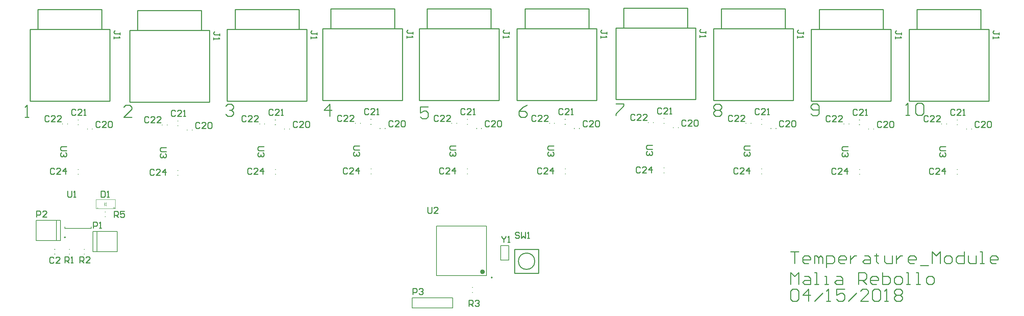
<source format=gto>
G04 Layer_Color=65535*
%FSLAX25Y25*%
%MOIN*%
G70*
G01*
G75*
%ADD21C,0.01000*%
%ADD29C,0.02362*%
%ADD30C,0.00984*%
%ADD31C,0.00400*%
%ADD32C,0.00787*%
%ADD33C,0.00591*%
D21*
X602078Y246500D02*
G03*
X602078Y246500I-8078J0D01*
G01*
X582189Y234689D02*
X605811D01*
X582189D02*
Y258311D01*
X605811D01*
Y234689D02*
Y258311D01*
X854500Y255944D02*
X862372D01*
X858436D01*
Y244137D01*
X872211D02*
X868275D01*
X866307Y246105D01*
Y250041D01*
X868275Y252009D01*
X872211D01*
X874179Y250041D01*
Y248073D01*
X866307D01*
X878114Y244137D02*
Y252009D01*
X880082D01*
X882050Y250041D01*
Y244137D01*
Y250041D01*
X884018Y252009D01*
X885986Y250041D01*
Y244137D01*
X889922Y240201D02*
Y252009D01*
X895825D01*
X897793Y250041D01*
Y246105D01*
X895825Y244137D01*
X889922D01*
X907632D02*
X903697D01*
X901729Y246105D01*
Y250041D01*
X903697Y252009D01*
X907632D01*
X909600Y250041D01*
Y248073D01*
X901729D01*
X913536Y252009D02*
Y244137D01*
Y248073D01*
X915504Y250041D01*
X917472Y252009D01*
X919440D01*
X927311D02*
X931247D01*
X933215Y250041D01*
Y244137D01*
X927311D01*
X925343Y246105D01*
X927311Y248073D01*
X933215D01*
X939118Y253977D02*
Y252009D01*
X937150D01*
X941086D01*
X939118D01*
Y246105D01*
X941086Y244137D01*
X946990Y252009D02*
Y246105D01*
X948958Y244137D01*
X954861D01*
Y252009D01*
X958797D02*
Y244137D01*
Y248073D01*
X960765Y250041D01*
X962733Y252009D01*
X964701D01*
X976508Y244137D02*
X972572D01*
X970604Y246105D01*
Y250041D01*
X972572Y252009D01*
X976508D01*
X978476Y250041D01*
Y248073D01*
X970604D01*
X982411Y242169D02*
X990283D01*
X994219Y244137D02*
Y255944D01*
X998154Y252009D01*
X1002090Y255944D01*
Y244137D01*
X1007994D02*
X1011929D01*
X1013897Y246105D01*
Y250041D01*
X1011929Y252009D01*
X1007994D01*
X1006026Y250041D01*
Y246105D01*
X1007994Y244137D01*
X1025704Y255944D02*
Y244137D01*
X1019801D01*
X1017833Y246105D01*
Y250041D01*
X1019801Y252009D01*
X1025704D01*
X1029640D02*
Y246105D01*
X1031608Y244137D01*
X1037512D01*
Y252009D01*
X1041447Y244137D02*
X1045383D01*
X1043415D01*
Y255944D01*
X1041447D01*
X1057190Y244137D02*
X1053255D01*
X1051287Y246105D01*
Y250041D01*
X1053255Y252009D01*
X1057190D01*
X1059158Y250041D01*
Y248073D01*
X1051287D01*
X854500Y223633D02*
Y235440D01*
X858436Y231504D01*
X862372Y235440D01*
Y223633D01*
X868275Y231504D02*
X872211D01*
X874179Y229537D01*
Y223633D01*
X868275D01*
X866307Y225601D01*
X868275Y227569D01*
X874179D01*
X878114Y223633D02*
X882050D01*
X880082D01*
Y235440D01*
X878114D01*
X887954Y223633D02*
X891889D01*
X889922D01*
Y231504D01*
X887954D01*
X899761D02*
X903697D01*
X905665Y229537D01*
Y223633D01*
X899761D01*
X897793Y225601D01*
X899761Y227569D01*
X905665D01*
X921408Y223633D02*
Y235440D01*
X927311D01*
X929279Y233472D01*
Y229537D01*
X927311Y227569D01*
X921408D01*
X925343D02*
X929279Y223633D01*
X939118D02*
X935183D01*
X933215Y225601D01*
Y229537D01*
X935183Y231504D01*
X939118D01*
X941086Y229537D01*
Y227569D01*
X933215D01*
X945022Y235440D02*
Y223633D01*
X950926D01*
X952893Y225601D01*
Y227569D01*
Y229537D01*
X950926Y231504D01*
X945022D01*
X958797Y223633D02*
X962733D01*
X964701Y225601D01*
Y229537D01*
X962733Y231504D01*
X958797D01*
X956829Y229537D01*
Y225601D01*
X958797Y223633D01*
X968636D02*
X972572D01*
X970604D01*
Y235440D01*
X968636D01*
X978476Y223633D02*
X982411D01*
X980443D01*
Y235440D01*
X978476D01*
X990283Y223633D02*
X994219D01*
X996186Y225601D01*
Y229537D01*
X994219Y231504D01*
X990283D01*
X988315Y229537D01*
Y225601D01*
X990283Y223633D01*
X854500Y216904D02*
X856468Y218871D01*
X860404D01*
X862372Y216904D01*
Y209032D01*
X860404Y207064D01*
X856468D01*
X854500Y209032D01*
Y216904D01*
X872211Y207064D02*
Y218871D01*
X866307Y212968D01*
X874179D01*
X878114Y207064D02*
X885986Y214936D01*
X889922Y207064D02*
X893857D01*
X891889D01*
Y218871D01*
X889922Y216904D01*
X907632Y218871D02*
X899761D01*
Y212968D01*
X903697Y214936D01*
X905665D01*
X907632Y212968D01*
Y209032D01*
X905665Y207064D01*
X901729D01*
X899761Y209032D01*
X911568Y207064D02*
X919440Y214936D01*
X931247Y207064D02*
X923375D01*
X931247Y214936D01*
Y216904D01*
X929279Y218871D01*
X925343D01*
X923375Y216904D01*
X935182D02*
X937150Y218871D01*
X941086D01*
X943054Y216904D01*
Y209032D01*
X941086Y207064D01*
X937150D01*
X935182Y209032D01*
Y216904D01*
X946990Y207064D02*
X950926D01*
X948958D01*
Y218871D01*
X946990Y216904D01*
X956829D02*
X958797Y218871D01*
X962733D01*
X964701Y216904D01*
Y214936D01*
X962733Y212968D01*
X964701Y211000D01*
Y209032D01*
X962733Y207064D01*
X958797D01*
X956829Y209032D01*
Y211000D01*
X958797Y212968D01*
X956829Y214936D01*
Y216904D01*
X958797Y212968D02*
X962733D01*
X174000Y315998D02*
Y310000D01*
X176999D01*
X177999Y311000D01*
Y314998D01*
X176999Y315998D01*
X174000D01*
X179998Y310000D02*
X181997D01*
X180998D01*
Y315998D01*
X179998Y314998D01*
X187000Y290000D02*
Y295998D01*
X189999D01*
X190999Y294998D01*
Y292999D01*
X189999Y291999D01*
X187000D01*
X188999D02*
X190999Y290000D01*
X196997Y295998D02*
X192998D01*
Y292999D01*
X194997Y293999D01*
X195997D01*
X196997Y292999D01*
Y291000D01*
X195997Y290000D01*
X193998D01*
X192998Y291000D01*
X968000Y391000D02*
X971936D01*
X969968D01*
Y402807D01*
X968000Y400839D01*
X977839D02*
X979807Y402807D01*
X983743D01*
X985711Y400839D01*
Y392968D01*
X983743Y391000D01*
X979807D01*
X977839Y392968D01*
Y400839D01*
X874500Y392468D02*
X876468Y390500D01*
X880404D01*
X882372Y392468D01*
Y400339D01*
X880404Y402307D01*
X876468D01*
X874500Y400339D01*
Y398372D01*
X876468Y396404D01*
X882372D01*
X778500Y399839D02*
X780468Y401807D01*
X784404D01*
X786372Y399839D01*
Y397871D01*
X784404Y395904D01*
X786372Y393936D01*
Y391968D01*
X784404Y390000D01*
X780468D01*
X778500Y391968D01*
Y393936D01*
X780468Y395904D01*
X778500Y397871D01*
Y399839D01*
X780468Y395904D02*
X784404D01*
X682000Y402307D02*
X689872D01*
Y400339D01*
X682000Y392468D01*
Y390500D01*
X594372Y400807D02*
X590436Y398839D01*
X586500Y394904D01*
Y390968D01*
X588468Y389000D01*
X592404D01*
X594372Y390968D01*
Y392936D01*
X592404Y394904D01*
X586500D01*
X496872Y399307D02*
X489000D01*
Y393404D01*
X492936Y395372D01*
X494904D01*
X496872Y393404D01*
Y389468D01*
X494904Y387500D01*
X490968D01*
X489000Y389468D01*
X399904Y390000D02*
Y401807D01*
X394000Y395904D01*
X401871D01*
X297000Y399839D02*
X298968Y401807D01*
X302904D01*
X304872Y399839D01*
Y397871D01*
X302904Y395904D01*
X300936D01*
X302904D01*
X304872Y393936D01*
Y391968D01*
X302904Y390000D01*
X298968D01*
X297000Y391968D01*
X204372Y389000D02*
X196500D01*
X204372Y396871D01*
Y398839D01*
X202404Y400807D01*
X198468D01*
X196500Y398839D01*
X99000Y389000D02*
X102936D01*
X100968D01*
Y400807D01*
X99000Y398839D01*
X537000Y202000D02*
Y207998D01*
X539999D01*
X540999Y206998D01*
Y204999D01*
X539999Y203999D01*
X537000D01*
X538999D02*
X540999Y202000D01*
X542998Y206998D02*
X543998Y207998D01*
X545997D01*
X546997Y206998D01*
Y205999D01*
X545997Y204999D01*
X544997D01*
X545997D01*
X546997Y203999D01*
Y203000D01*
X545997Y202000D01*
X543998D01*
X542998Y203000D01*
X586699Y274198D02*
X585699Y275198D01*
X583700D01*
X582700Y274198D01*
Y273199D01*
X583700Y272199D01*
X585699D01*
X586699Y271199D01*
Y270200D01*
X585699Y269200D01*
X583700D01*
X582700Y270200D01*
X588698Y275198D02*
Y269200D01*
X590697Y271199D01*
X592697Y269200D01*
Y275198D01*
X594696Y269200D02*
X596696D01*
X595696D01*
Y275198D01*
X594696Y274198D01*
X569300Y271198D02*
Y270198D01*
X571299Y268199D01*
X573299Y270198D01*
Y271198D01*
X571299Y268199D02*
Y265200D01*
X575298D02*
X577297D01*
X576298D01*
Y271198D01*
X575298Y270198D01*
X496500Y300098D02*
Y295100D01*
X497500Y294100D01*
X499499D01*
X500499Y295100D01*
Y300098D01*
X506497Y294100D02*
X502498D01*
X506497Y298099D01*
Y299098D01*
X505497Y300098D01*
X503498D01*
X502498Y299098D01*
X141000Y315998D02*
Y311000D01*
X142000Y310000D01*
X143999D01*
X144999Y311000D01*
Y315998D01*
X146998Y310000D02*
X148997D01*
X147998D01*
Y315998D01*
X146998Y314998D01*
X153000Y245000D02*
Y250998D01*
X155999D01*
X156999Y249998D01*
Y247999D01*
X155999Y246999D01*
X153000D01*
X154999D02*
X156999Y245000D01*
X162997D02*
X158998D01*
X162997Y248999D01*
Y249998D01*
X161997Y250998D01*
X159998D01*
X158998Y249998D01*
X138500Y245000D02*
Y250998D01*
X141499D01*
X142499Y249998D01*
Y247999D01*
X141499Y246999D01*
X138500D01*
X140499D02*
X142499Y245000D01*
X144498D02*
X146497D01*
X145498D01*
Y250998D01*
X144498Y249998D01*
X481700Y213500D02*
Y219498D01*
X484699D01*
X485699Y218498D01*
Y216499D01*
X484699Y215499D01*
X481700D01*
X487698Y218498D02*
X488698Y219498D01*
X490697D01*
X491697Y218498D01*
Y217499D01*
X490697Y216499D01*
X489697D01*
X490697D01*
X491697Y215499D01*
Y214500D01*
X490697Y213500D01*
X488698D01*
X487698Y214500D01*
X110600Y290400D02*
Y296398D01*
X113599D01*
X114599Y295398D01*
Y293399D01*
X113599Y292399D01*
X110600D01*
X120597Y290400D02*
X116598D01*
X120597Y294399D01*
Y295398D01*
X119597Y296398D01*
X117598D01*
X116598Y295398D01*
X166600Y279400D02*
Y285398D01*
X169599D01*
X170599Y284398D01*
Y282399D01*
X169599Y281399D01*
X166600D01*
X172598Y279400D02*
X174597D01*
X173598D01*
Y285398D01*
X172598Y284398D01*
X1060124Y470651D02*
Y472650D01*
Y471651D01*
X1055126D01*
X1054126Y472650D01*
Y473650D01*
X1055126Y474650D01*
X1054126Y468652D02*
Y466652D01*
Y467652D01*
X1060124D01*
X1059124Y468652D01*
X963624Y470651D02*
Y472650D01*
Y471651D01*
X958626D01*
X957626Y472650D01*
Y473650D01*
X958626Y474650D01*
X957626Y468652D02*
Y466652D01*
Y467652D01*
X963624D01*
X962624Y468652D01*
X867124Y471151D02*
Y473150D01*
Y472151D01*
X862126D01*
X861126Y473150D01*
Y474150D01*
X862126Y475150D01*
X861126Y469152D02*
Y467152D01*
Y468152D01*
X867124D01*
X866124Y469152D01*
X770793Y472001D02*
Y474001D01*
Y473001D01*
X765795D01*
X764795Y474001D01*
Y475000D01*
X765795Y476000D01*
X764795Y470002D02*
Y468003D01*
Y469002D01*
X770793D01*
X769794Y470002D01*
X673274Y471151D02*
Y473150D01*
Y472151D01*
X668275D01*
X667276Y473150D01*
Y474150D01*
X668275Y475150D01*
X667276Y469152D02*
Y467152D01*
Y468152D01*
X673274D01*
X672274Y469152D01*
X576774Y471151D02*
Y473150D01*
Y472151D01*
X571775D01*
X570776Y473150D01*
Y474150D01*
X571775Y475150D01*
X570776Y469152D02*
Y467152D01*
Y468152D01*
X576774D01*
X575774Y469152D01*
X481624Y471151D02*
Y473150D01*
Y472151D01*
X476626D01*
X475626Y473150D01*
Y474150D01*
X476626Y475150D01*
X475626Y469152D02*
Y467152D01*
Y468152D01*
X481624D01*
X480624Y469152D01*
X387274Y470651D02*
Y472650D01*
Y471651D01*
X382275D01*
X381276Y472650D01*
Y473650D01*
X382275Y474650D01*
X381276Y468652D02*
Y466652D01*
Y467652D01*
X387274D01*
X386274Y468652D01*
X291124Y469651D02*
Y471650D01*
Y470651D01*
X286126D01*
X285126Y471650D01*
Y472650D01*
X286126Y473650D01*
X285126Y467652D02*
Y465652D01*
Y466652D01*
X291124D01*
X290124Y467652D01*
X192774Y470651D02*
Y472650D01*
Y471651D01*
X187775D01*
X186776Y472650D01*
Y473650D01*
X187775Y474650D01*
X186776Y468652D02*
Y466652D01*
Y467652D01*
X192774D01*
X191774Y468652D01*
X995499Y337498D02*
X994499Y338498D01*
X992500D01*
X991500Y337498D01*
Y333500D01*
X992500Y332500D01*
X994499D01*
X995499Y333500D01*
X1001497Y332500D02*
X997498D01*
X1001497Y336499D01*
Y337498D01*
X1000497Y338498D01*
X998498D01*
X997498Y337498D01*
X1006495Y332500D02*
Y338498D01*
X1003496Y335499D01*
X1007495D01*
X898999Y337498D02*
X897999Y338498D01*
X896000D01*
X895000Y337498D01*
Y333500D01*
X896000Y332500D01*
X897999D01*
X898999Y333500D01*
X904997Y332500D02*
X900998D01*
X904997Y336499D01*
Y337498D01*
X903997Y338498D01*
X901998D01*
X900998Y337498D01*
X909995Y332500D02*
Y338498D01*
X906996Y335499D01*
X910995D01*
X802499Y337998D02*
X801499Y338998D01*
X799500D01*
X798500Y337998D01*
Y334000D01*
X799500Y333000D01*
X801499D01*
X802499Y334000D01*
X808497Y333000D02*
X804498D01*
X808497Y336999D01*
Y337998D01*
X807497Y338998D01*
X805498D01*
X804498Y337998D01*
X813495Y333000D02*
Y338998D01*
X810496Y335999D01*
X814495D01*
X706168Y338849D02*
X705168Y339848D01*
X703169D01*
X702169Y338849D01*
Y334850D01*
X703169Y333850D01*
X705168D01*
X706168Y334850D01*
X712166Y333850D02*
X708167D01*
X712166Y337849D01*
Y338849D01*
X711166Y339848D01*
X709167D01*
X708167Y338849D01*
X717164Y333850D02*
Y339848D01*
X714165Y336849D01*
X718164D01*
X608648Y337998D02*
X607649Y338998D01*
X605649D01*
X604650Y337998D01*
Y334000D01*
X605649Y333000D01*
X607649D01*
X608648Y334000D01*
X614646Y333000D02*
X610648D01*
X614646Y336999D01*
Y337998D01*
X613647Y338998D01*
X611647D01*
X610648Y337998D01*
X619645Y333000D02*
Y338998D01*
X616646Y335999D01*
X620644D01*
X512148Y337998D02*
X511149Y338998D01*
X509149D01*
X508150Y337998D01*
Y334000D01*
X509149Y333000D01*
X511149D01*
X512148Y334000D01*
X518146Y333000D02*
X514148D01*
X518146Y336999D01*
Y337998D01*
X517147Y338998D01*
X515147D01*
X514148Y337998D01*
X523145Y333000D02*
Y338998D01*
X520146Y335999D01*
X524144D01*
X416999Y337998D02*
X415999Y338998D01*
X414000D01*
X413000Y337998D01*
Y334000D01*
X414000Y333000D01*
X415999D01*
X416999Y334000D01*
X422997Y333000D02*
X418998D01*
X422997Y336999D01*
Y337998D01*
X421997Y338998D01*
X419998D01*
X418998Y337998D01*
X427995Y333000D02*
Y338998D01*
X424996Y335999D01*
X428995D01*
X322648Y337498D02*
X321649Y338498D01*
X319649D01*
X318650Y337498D01*
Y333500D01*
X319649Y332500D01*
X321649D01*
X322648Y333500D01*
X328646Y332500D02*
X324648D01*
X328646Y336499D01*
Y337498D01*
X327647Y338498D01*
X325647D01*
X324648Y337498D01*
X333645Y332500D02*
Y338498D01*
X330646Y335499D01*
X334644D01*
X226499Y336498D02*
X225499Y337498D01*
X223500D01*
X222500Y336498D01*
Y332500D01*
X223500Y331500D01*
X225499D01*
X226499Y332500D01*
X232497Y331500D02*
X228498D01*
X232497Y335499D01*
Y336498D01*
X231497Y337498D01*
X229498D01*
X228498Y336498D01*
X237495Y331500D02*
Y337498D01*
X234496Y334499D01*
X238495D01*
X128148Y337498D02*
X127149Y338498D01*
X125149D01*
X124150Y337498D01*
Y333500D01*
X125149Y332500D01*
X127149D01*
X128148Y333500D01*
X134146Y332500D02*
X130148D01*
X134146Y336499D01*
Y337498D01*
X133147Y338498D01*
X131147D01*
X130148Y337498D01*
X139145Y332500D02*
Y338498D01*
X136146Y335499D01*
X140144D01*
X989999Y389498D02*
X988999Y390498D01*
X987000D01*
X986000Y389498D01*
Y385500D01*
X987000Y384500D01*
X988999D01*
X989999Y385500D01*
X995997Y384500D02*
X991998D01*
X995997Y388499D01*
Y389498D01*
X994997Y390498D01*
X992998D01*
X991998Y389498D01*
X1001995Y384500D02*
X997996D01*
X1001995Y388499D01*
Y389498D01*
X1000995Y390498D01*
X998996D01*
X997996Y389498D01*
X893499D02*
X892499Y390498D01*
X890500D01*
X889500Y389498D01*
Y385500D01*
X890500Y384500D01*
X892499D01*
X893499Y385500D01*
X899497Y384500D02*
X895498D01*
X899497Y388499D01*
Y389498D01*
X898497Y390498D01*
X896498D01*
X895498Y389498D01*
X905495Y384500D02*
X901496D01*
X905495Y388499D01*
Y389498D01*
X904495Y390498D01*
X902496D01*
X901496Y389498D01*
X796999Y389998D02*
X795999Y390998D01*
X794000D01*
X793000Y389998D01*
Y386000D01*
X794000Y385000D01*
X795999D01*
X796999Y386000D01*
X802997Y385000D02*
X798998D01*
X802997Y388999D01*
Y389998D01*
X801997Y390998D01*
X799998D01*
X798998Y389998D01*
X808995Y385000D02*
X804996D01*
X808995Y388999D01*
Y389998D01*
X807995Y390998D01*
X805996D01*
X804996Y389998D01*
X700668Y390849D02*
X699668Y391848D01*
X697669D01*
X696669Y390849D01*
Y386850D01*
X697669Y385850D01*
X699668D01*
X700668Y386850D01*
X706666Y385850D02*
X702667D01*
X706666Y389849D01*
Y390849D01*
X705666Y391848D01*
X703667D01*
X702667Y390849D01*
X712664Y385850D02*
X708665D01*
X712664Y389849D01*
Y390849D01*
X711664Y391848D01*
X709665D01*
X708665Y390849D01*
X603148Y389998D02*
X602149Y390998D01*
X600149D01*
X599150Y389998D01*
Y386000D01*
X600149Y385000D01*
X602149D01*
X603148Y386000D01*
X609146Y385000D02*
X605148D01*
X609146Y388999D01*
Y389998D01*
X608147Y390998D01*
X606147D01*
X605148Y389998D01*
X615144Y385000D02*
X611146D01*
X615144Y388999D01*
Y389998D01*
X614145Y390998D01*
X612145D01*
X611146Y389998D01*
X506648D02*
X505649Y390998D01*
X503649D01*
X502650Y389998D01*
Y386000D01*
X503649Y385000D01*
X505649D01*
X506648Y386000D01*
X512646Y385000D02*
X508648D01*
X512646Y388999D01*
Y389998D01*
X511647Y390998D01*
X509647D01*
X508648Y389998D01*
X518644Y385000D02*
X514646D01*
X518644Y388999D01*
Y389998D01*
X517645Y390998D01*
X515645D01*
X514646Y389998D01*
X411499D02*
X410499Y390998D01*
X408500D01*
X407500Y389998D01*
Y386000D01*
X408500Y385000D01*
X410499D01*
X411499Y386000D01*
X417497Y385000D02*
X413498D01*
X417497Y388999D01*
Y389998D01*
X416497Y390998D01*
X414498D01*
X413498Y389998D01*
X423495Y385000D02*
X419496D01*
X423495Y388999D01*
Y389998D01*
X422495Y390998D01*
X420496D01*
X419496Y389998D01*
X317148Y389498D02*
X316149Y390498D01*
X314149D01*
X313150Y389498D01*
Y385500D01*
X314149Y384500D01*
X316149D01*
X317148Y385500D01*
X323146Y384500D02*
X319148D01*
X323146Y388499D01*
Y389498D01*
X322147Y390498D01*
X320147D01*
X319148Y389498D01*
X329144Y384500D02*
X325146D01*
X329144Y388499D01*
Y389498D01*
X328145Y390498D01*
X326145D01*
X325146Y389498D01*
X220999Y388498D02*
X219999Y389498D01*
X218000D01*
X217000Y388498D01*
Y384500D01*
X218000Y383500D01*
X219999D01*
X220999Y384500D01*
X226997Y383500D02*
X222998D01*
X226997Y387499D01*
Y388498D01*
X225997Y389498D01*
X223998D01*
X222998Y388498D01*
X232995Y383500D02*
X228996D01*
X232995Y387499D01*
Y388498D01*
X231995Y389498D01*
X229996D01*
X228996Y388498D01*
X122648Y389498D02*
X121649Y390498D01*
X119649D01*
X118650Y389498D01*
Y385500D01*
X119649Y384500D01*
X121649D01*
X122648Y385500D01*
X128646Y384500D02*
X124648D01*
X128646Y388499D01*
Y389498D01*
X127647Y390498D01*
X125647D01*
X124648Y389498D01*
X134644Y384500D02*
X130646D01*
X134644Y388499D01*
Y389498D01*
X133645Y390498D01*
X131645D01*
X130646Y389498D01*
X1016499Y395998D02*
X1015499Y396998D01*
X1013500D01*
X1012500Y395998D01*
Y392000D01*
X1013500Y391000D01*
X1015499D01*
X1016499Y392000D01*
X1022497Y391000D02*
X1018498D01*
X1022497Y394999D01*
Y395998D01*
X1021497Y396998D01*
X1019498D01*
X1018498Y395998D01*
X1024496Y391000D02*
X1026495D01*
X1025496D01*
Y396998D01*
X1024496Y395998D01*
X919999D02*
X918999Y396998D01*
X917000D01*
X916000Y395998D01*
Y392000D01*
X917000Y391000D01*
X918999D01*
X919999Y392000D01*
X925997Y391000D02*
X921998D01*
X925997Y394999D01*
Y395998D01*
X924997Y396998D01*
X922998D01*
X921998Y395998D01*
X927996Y391000D02*
X929996D01*
X928996D01*
Y396998D01*
X927996Y395998D01*
X823499Y396498D02*
X822499Y397498D01*
X820500D01*
X819500Y396498D01*
Y392500D01*
X820500Y391500D01*
X822499D01*
X823499Y392500D01*
X829497Y391500D02*
X825498D01*
X829497Y395499D01*
Y396498D01*
X828497Y397498D01*
X826498D01*
X825498Y396498D01*
X831496Y391500D02*
X833496D01*
X832496D01*
Y397498D01*
X831496Y396498D01*
X727168Y397349D02*
X726168Y398348D01*
X724169D01*
X723169Y397349D01*
Y393350D01*
X724169Y392350D01*
X726168D01*
X727168Y393350D01*
X733166Y392350D02*
X729167D01*
X733166Y396349D01*
Y397349D01*
X732166Y398348D01*
X730167D01*
X729167Y397349D01*
X735165Y392350D02*
X737165D01*
X736165D01*
Y398348D01*
X735165Y397349D01*
X629648Y396498D02*
X628649Y397498D01*
X626649D01*
X625650Y396498D01*
Y392500D01*
X626649Y391500D01*
X628649D01*
X629648Y392500D01*
X635646Y391500D02*
X631648D01*
X635646Y395499D01*
Y396498D01*
X634647Y397498D01*
X632647D01*
X631648Y396498D01*
X637646Y391500D02*
X639645D01*
X638645D01*
Y397498D01*
X637646Y396498D01*
X533148D02*
X532149Y397498D01*
X530149D01*
X529150Y396498D01*
Y392500D01*
X530149Y391500D01*
X532149D01*
X533148Y392500D01*
X539146Y391500D02*
X535148D01*
X539146Y395499D01*
Y396498D01*
X538147Y397498D01*
X536147D01*
X535148Y396498D01*
X541146Y391500D02*
X543145D01*
X542145D01*
Y397498D01*
X541146Y396498D01*
X437999D02*
X436999Y397498D01*
X435000D01*
X434000Y396498D01*
Y392500D01*
X435000Y391500D01*
X436999D01*
X437999Y392500D01*
X443997Y391500D02*
X439998D01*
X443997Y395499D01*
Y396498D01*
X442997Y397498D01*
X440998D01*
X439998Y396498D01*
X445996Y391500D02*
X447996D01*
X446996D01*
Y397498D01*
X445996Y396498D01*
X343648Y395998D02*
X342649Y396998D01*
X340649D01*
X339650Y395998D01*
Y392000D01*
X340649Y391000D01*
X342649D01*
X343648Y392000D01*
X349646Y391000D02*
X345648D01*
X349646Y394999D01*
Y395998D01*
X348647Y396998D01*
X346647D01*
X345648Y395998D01*
X351646Y391000D02*
X353645D01*
X352645D01*
Y396998D01*
X351646Y395998D01*
X247499Y394998D02*
X246499Y395998D01*
X244500D01*
X243500Y394998D01*
Y391000D01*
X244500Y390000D01*
X246499D01*
X247499Y391000D01*
X253497Y390000D02*
X249498D01*
X253497Y393999D01*
Y394998D01*
X252497Y395998D01*
X250498D01*
X249498Y394998D01*
X255496Y390000D02*
X257495D01*
X256496D01*
Y395998D01*
X255496Y394998D01*
X149148Y395998D02*
X148149Y396998D01*
X146149D01*
X145150Y395998D01*
Y392000D01*
X146149Y391000D01*
X148149D01*
X149148Y392000D01*
X155146Y391000D02*
X151148D01*
X155146Y394999D01*
Y395998D01*
X154147Y396998D01*
X152147D01*
X151148Y395998D01*
X157146Y391000D02*
X159145D01*
X158145D01*
Y396998D01*
X157146Y395998D01*
X1040499Y383998D02*
X1039499Y384998D01*
X1037500D01*
X1036500Y383998D01*
Y380000D01*
X1037500Y379000D01*
X1039499D01*
X1040499Y380000D01*
X1046497Y379000D02*
X1042498D01*
X1046497Y382999D01*
Y383998D01*
X1045497Y384998D01*
X1043498D01*
X1042498Y383998D01*
X1048496D02*
X1049496Y384998D01*
X1051495D01*
X1052495Y383998D01*
Y380000D01*
X1051495Y379000D01*
X1049496D01*
X1048496Y380000D01*
Y383998D01*
X943999D02*
X942999Y384998D01*
X941000D01*
X940000Y383998D01*
Y380000D01*
X941000Y379000D01*
X942999D01*
X943999Y380000D01*
X949997Y379000D02*
X945998D01*
X949997Y382999D01*
Y383998D01*
X948997Y384998D01*
X946998D01*
X945998Y383998D01*
X951996D02*
X952996Y384998D01*
X954995D01*
X955995Y383998D01*
Y380000D01*
X954995Y379000D01*
X952996D01*
X951996Y380000D01*
Y383998D01*
X847499Y384498D02*
X846499Y385498D01*
X844500D01*
X843500Y384498D01*
Y380500D01*
X844500Y379500D01*
X846499D01*
X847499Y380500D01*
X853497Y379500D02*
X849498D01*
X853497Y383499D01*
Y384498D01*
X852497Y385498D01*
X850498D01*
X849498Y384498D01*
X855496D02*
X856496Y385498D01*
X858495D01*
X859495Y384498D01*
Y380500D01*
X858495Y379500D01*
X856496D01*
X855496Y380500D01*
Y384498D01*
X751168Y385349D02*
X750168Y386349D01*
X748169D01*
X747169Y385349D01*
Y381350D01*
X748169Y380350D01*
X750168D01*
X751168Y381350D01*
X757166Y380350D02*
X753167D01*
X757166Y384349D01*
Y385349D01*
X756166Y386349D01*
X754167D01*
X753167Y385349D01*
X759165D02*
X760165Y386349D01*
X762164D01*
X763164Y385349D01*
Y381350D01*
X762164Y380350D01*
X760165D01*
X759165Y381350D01*
Y385349D01*
X653648Y384498D02*
X652649Y385498D01*
X650649D01*
X649650Y384498D01*
Y380500D01*
X650649Y379500D01*
X652649D01*
X653648Y380500D01*
X659646Y379500D02*
X655648D01*
X659646Y383499D01*
Y384498D01*
X658647Y385498D01*
X656647D01*
X655648Y384498D01*
X661646D02*
X662645Y385498D01*
X664645D01*
X665644Y384498D01*
Y380500D01*
X664645Y379500D01*
X662645D01*
X661646Y380500D01*
Y384498D01*
X557148D02*
X556149Y385498D01*
X554149D01*
X553150Y384498D01*
Y380500D01*
X554149Y379500D01*
X556149D01*
X557148Y380500D01*
X563146Y379500D02*
X559148D01*
X563146Y383499D01*
Y384498D01*
X562147Y385498D01*
X560147D01*
X559148Y384498D01*
X565146D02*
X566145Y385498D01*
X568145D01*
X569144Y384498D01*
Y380500D01*
X568145Y379500D01*
X566145D01*
X565146Y380500D01*
Y384498D01*
X461999D02*
X460999Y385498D01*
X459000D01*
X458000Y384498D01*
Y380500D01*
X459000Y379500D01*
X460999D01*
X461999Y380500D01*
X467997Y379500D02*
X463998D01*
X467997Y383499D01*
Y384498D01*
X466997Y385498D01*
X464998D01*
X463998Y384498D01*
X469996D02*
X470996Y385498D01*
X472995D01*
X473995Y384498D01*
Y380500D01*
X472995Y379500D01*
X470996D01*
X469996Y380500D01*
Y384498D01*
X367648Y383998D02*
X366649Y384998D01*
X364649D01*
X363650Y383998D01*
Y380000D01*
X364649Y379000D01*
X366649D01*
X367648Y380000D01*
X373646Y379000D02*
X369648D01*
X373646Y382999D01*
Y383998D01*
X372647Y384998D01*
X370647D01*
X369648Y383998D01*
X375646D02*
X376645Y384998D01*
X378645D01*
X379644Y383998D01*
Y380000D01*
X378645Y379000D01*
X376645D01*
X375646Y380000D01*
Y383998D01*
X271499Y382998D02*
X270499Y383998D01*
X268500D01*
X267500Y382998D01*
Y379000D01*
X268500Y378000D01*
X270499D01*
X271499Y379000D01*
X277497Y378000D02*
X273498D01*
X277497Y381999D01*
Y382998D01*
X276497Y383998D01*
X274498D01*
X273498Y382998D01*
X279496D02*
X280496Y383998D01*
X282495D01*
X283495Y382998D01*
Y379000D01*
X282495Y378000D01*
X280496D01*
X279496Y379000D01*
Y382998D01*
X173148Y383998D02*
X172149Y384998D01*
X170149D01*
X169150Y383998D01*
Y380000D01*
X170149Y379000D01*
X172149D01*
X173148Y380000D01*
X179146Y379000D02*
X175148D01*
X179146Y382999D01*
Y383998D01*
X178147Y384998D01*
X176147D01*
X175148Y383998D01*
X181146D02*
X182145Y384998D01*
X184145D01*
X185144Y383998D01*
Y380000D01*
X184145Y379000D01*
X182145D01*
X181146Y380000D01*
Y383998D01*
X127499Y249498D02*
X126499Y250498D01*
X124500D01*
X123500Y249498D01*
Y245500D01*
X124500Y244500D01*
X126499D01*
X127499Y245500D01*
X133497Y244500D02*
X129498D01*
X133497Y248499D01*
Y249498D01*
X132497Y250498D01*
X130498D01*
X129498Y249498D01*
X1007498Y360000D02*
X1002500D01*
X1001500Y359000D01*
Y357001D01*
X1002500Y356001D01*
X1007498D01*
X1006498Y354002D02*
X1007498Y353002D01*
Y351003D01*
X1006498Y350003D01*
X1005499D01*
X1004499Y351003D01*
Y352003D01*
Y351003D01*
X1003499Y350003D01*
X1002500D01*
X1001500Y351003D01*
Y353002D01*
X1002500Y354002D01*
X910998Y360000D02*
X906000D01*
X905000Y359000D01*
Y357001D01*
X906000Y356001D01*
X910998D01*
X909998Y354002D02*
X910998Y353002D01*
Y351003D01*
X909998Y350003D01*
X908999D01*
X907999Y351003D01*
Y352003D01*
Y351003D01*
X906999Y350003D01*
X906000D01*
X905000Y351003D01*
Y353002D01*
X906000Y354002D01*
X814498Y360500D02*
X809500D01*
X808500Y359500D01*
Y357501D01*
X809500Y356501D01*
X814498D01*
X813498Y354502D02*
X814498Y353502D01*
Y351503D01*
X813498Y350503D01*
X812499D01*
X811499Y351503D01*
Y352503D01*
Y351503D01*
X810499Y350503D01*
X809500D01*
X808500Y351503D01*
Y353502D01*
X809500Y354502D01*
X718167Y361350D02*
X713169D01*
X712169Y360351D01*
Y358351D01*
X713169Y357352D01*
X718167D01*
X717168Y355352D02*
X718167Y354353D01*
Y352353D01*
X717168Y351354D01*
X716168D01*
X715168Y352353D01*
Y353353D01*
Y352353D01*
X714169Y351354D01*
X713169D01*
X712169Y352353D01*
Y354353D01*
X713169Y355352D01*
X620648Y360500D02*
X615649D01*
X614650Y359500D01*
Y357501D01*
X615649Y356501D01*
X620648D01*
X619648Y354502D02*
X620648Y353502D01*
Y351503D01*
X619648Y350503D01*
X618648D01*
X617649Y351503D01*
Y352503D01*
Y351503D01*
X616649Y350503D01*
X615649D01*
X614650Y351503D01*
Y353502D01*
X615649Y354502D01*
X524148Y360500D02*
X519149D01*
X518150Y359500D01*
Y357501D01*
X519149Y356501D01*
X524148D01*
X523148Y354502D02*
X524148Y353502D01*
Y351503D01*
X523148Y350503D01*
X522148D01*
X521149Y351503D01*
Y352503D01*
Y351503D01*
X520149Y350503D01*
X519149D01*
X518150Y351503D01*
Y353502D01*
X519149Y354502D01*
X428998Y360500D02*
X424000D01*
X423000Y359500D01*
Y357501D01*
X424000Y356501D01*
X428998D01*
X427998Y354502D02*
X428998Y353502D01*
Y351503D01*
X427998Y350503D01*
X426999D01*
X425999Y351503D01*
Y352503D01*
Y351503D01*
X424999Y350503D01*
X424000D01*
X423000Y351503D01*
Y353502D01*
X424000Y354502D01*
X334648Y360000D02*
X329649D01*
X328650Y359000D01*
Y357001D01*
X329649Y356001D01*
X334648D01*
X333648Y354002D02*
X334648Y353002D01*
Y351003D01*
X333648Y350003D01*
X332648D01*
X331649Y351003D01*
Y352003D01*
Y351003D01*
X330649Y350003D01*
X329649D01*
X328650Y351003D01*
Y353002D01*
X329649Y354002D01*
X238498Y359000D02*
X233500D01*
X232500Y358000D01*
Y356001D01*
X233500Y355001D01*
X238498D01*
X237498Y353002D02*
X238498Y352002D01*
Y350003D01*
X237498Y349003D01*
X236499D01*
X235499Y350003D01*
Y351003D01*
Y350003D01*
X234499Y349003D01*
X233500D01*
X232500Y350003D01*
Y352002D01*
X233500Y353002D01*
X140148Y360000D02*
X135149D01*
X134150Y359000D01*
Y357001D01*
X135149Y356001D01*
X140148D01*
X139148Y354002D02*
X140148Y353002D01*
Y351003D01*
X139148Y350003D01*
X138148D01*
X137149Y351003D01*
Y352003D01*
Y351003D01*
X136149Y350003D01*
X135149D01*
X134150Y351003D01*
Y353002D01*
X135149Y354002D01*
D29*
X551673Y236098D02*
G03*
X551673Y236098I-1181J0D01*
G01*
D30*
X560039Y230390D02*
G03*
X560039Y230390I-492J0D01*
G01*
X138980Y270197D02*
G03*
X138980Y270197I-492J0D01*
G01*
X971358Y405126D02*
X1050098D01*
Y475992D01*
X971358D02*
X1050098D01*
X971358Y405126D02*
Y475992D01*
X979232D02*
Y495677D01*
X1042224D01*
Y475992D02*
Y495677D01*
X874858Y405126D02*
X953598D01*
Y475992D01*
X874858D02*
X953598D01*
X874858Y405126D02*
Y475992D01*
X882732D02*
Y495677D01*
X945724D01*
Y475992D02*
Y495677D01*
X778358Y405626D02*
X857098D01*
Y476492D01*
X778358D02*
X857098D01*
X778358Y405626D02*
Y476492D01*
X786232D02*
Y496177D01*
X849224D01*
Y476492D02*
Y496177D01*
X682028Y406476D02*
X760768D01*
Y477343D01*
X682028D02*
X760768D01*
X682028Y406476D02*
Y477343D01*
X689902D02*
Y497028D01*
X752894D01*
Y477343D02*
Y497028D01*
X584508Y405626D02*
X663248D01*
Y476492D01*
X584508D02*
X663248D01*
X584508Y405626D02*
Y476492D01*
X592382D02*
Y496177D01*
X655374D01*
Y476492D02*
Y496177D01*
X488008Y405626D02*
X566748D01*
Y476492D01*
X488008D02*
X566748D01*
X488008Y405626D02*
Y476492D01*
X495882D02*
Y496177D01*
X558874D01*
Y476492D02*
Y496177D01*
X392858Y405626D02*
X471598D01*
Y476492D01*
X392858D02*
X471598D01*
X392858Y405626D02*
Y476492D01*
X400732D02*
Y496177D01*
X463724D01*
Y476492D02*
Y496177D01*
X298508Y405126D02*
X377248D01*
Y475992D01*
X298508D02*
X377248D01*
X298508Y405126D02*
Y475992D01*
X306382D02*
Y495677D01*
X369374D01*
Y475992D02*
Y495677D01*
X202358Y404126D02*
X281098D01*
Y474992D01*
X202358D02*
X281098D01*
X202358Y404126D02*
Y474992D01*
X210232D02*
Y494677D01*
X273224D01*
Y474992D02*
Y494677D01*
X104008Y405126D02*
X182748D01*
Y475992D01*
X104008D02*
X182748D01*
X104008Y405126D02*
Y475992D01*
X111882D02*
Y495677D01*
X174874D01*
Y475992D02*
Y495677D01*
D31*
X169000Y298500D02*
X169000Y307500D01*
X188000Y298500D02*
Y307500D01*
X169000Y298500D02*
X188000Y298500D01*
X169000Y307500D02*
X188000D01*
X177488Y301425D02*
Y304575D01*
Y303000D02*
X179063Y301425D01*
Y304575D01*
X177488Y303000D02*
X179063Y304575D01*
X170008Y299457D02*
X171189D01*
X186937Y298669D02*
Y300244D01*
X186150Y299457D02*
X188000D01*
D32*
X178063Y290638D02*
X178457D01*
X178063Y295362D02*
X178457D01*
X540445Y215779D02*
X540839D01*
X540445Y220504D02*
X540839D01*
X505217Y281374D02*
X554429D01*
X505217Y232161D02*
X554429D01*
X505217D02*
Y281374D01*
X554429Y232161D02*
Y281374D01*
X138508Y279055D02*
Y280630D01*
X164492Y279055D02*
Y280630D01*
X138508Y279055D02*
X164492D01*
X157303Y258362D02*
X157697D01*
X157303Y253638D02*
X157697D01*
X142803Y258362D02*
X143197D01*
X142803Y253638D02*
X143197D01*
X481142Y200142D02*
Y210142D01*
X521142D01*
X481142Y200142D02*
X521142D01*
Y210142D01*
X110000Y267000D02*
X112000D01*
X110000D02*
Y271000D01*
Y287000D01*
X111000Y267000D02*
X134000D01*
X130000D02*
Y287000D01*
X134000Y267000D02*
Y287000D01*
X110000D02*
X134000D01*
X188000Y276000D02*
X190000D01*
Y272000D02*
Y276000D01*
Y256000D02*
Y272000D01*
X166000Y276000D02*
X189000D01*
X170000Y256000D02*
Y276000D01*
X166000Y256000D02*
Y276000D01*
Y256000D02*
X190000D01*
X1018847Y337461D02*
X1019240D01*
X1018847Y332539D02*
X1019240D01*
X922346Y337461D02*
X922740D01*
X922346Y332539D02*
X922740D01*
X825846Y337961D02*
X826240D01*
X825846Y333039D02*
X826240D01*
X729516Y338811D02*
X729910D01*
X729516Y333890D02*
X729910D01*
X631996Y337961D02*
X632390D01*
X631996Y333039D02*
X632390D01*
X535496Y337961D02*
X535890D01*
X535496Y333039D02*
X535890D01*
X440346Y337961D02*
X440740D01*
X440346Y333039D02*
X440740D01*
X345996Y337461D02*
X346390D01*
X345996Y332539D02*
X346390D01*
X249847Y336461D02*
X250240D01*
X249847Y331539D02*
X250240D01*
X151496Y337461D02*
X151890D01*
X151496Y332539D02*
X151890D01*
X1008461Y382347D02*
Y382740D01*
X1003539Y382347D02*
Y382740D01*
X911961Y382347D02*
Y382740D01*
X907039Y382347D02*
Y382740D01*
X815461Y382846D02*
Y383240D01*
X810539Y382846D02*
Y383240D01*
X719130Y383697D02*
Y384090D01*
X714209Y383697D02*
Y384090D01*
X621610Y382846D02*
Y383240D01*
X616689Y382846D02*
Y383240D01*
X525110Y382846D02*
Y383240D01*
X520189Y382846D02*
Y383240D01*
X429961Y382846D02*
Y383240D01*
X425039Y382846D02*
Y383240D01*
X335610Y382347D02*
Y382740D01*
X330689Y382347D02*
Y382740D01*
X239461Y381347D02*
Y381740D01*
X234539Y381347D02*
Y381740D01*
X141110Y382347D02*
Y382740D01*
X136189Y382347D02*
Y382740D01*
X1018760Y381539D02*
X1019153D01*
X1018760Y386461D02*
X1019153D01*
X922260Y381539D02*
X922653D01*
X922260Y386461D02*
X922653D01*
X825760Y382039D02*
X826153D01*
X825760Y386961D02*
X826153D01*
X729429Y382890D02*
X729823D01*
X729429Y387811D02*
X729823D01*
X631910Y382039D02*
X632303D01*
X631910Y386961D02*
X632303D01*
X535409Y382039D02*
X535803D01*
X535409Y386961D02*
X535803D01*
X440260Y382039D02*
X440654D01*
X440260Y386961D02*
X440654D01*
X345910Y381539D02*
X346303D01*
X345910Y386461D02*
X346303D01*
X249760Y380539D02*
X250153D01*
X249760Y385461D02*
X250153D01*
X151409Y381539D02*
X151803D01*
X151409Y386461D02*
X151803D01*
X1028039Y377260D02*
Y377654D01*
X1032961Y377260D02*
Y377654D01*
X931539Y377260D02*
Y377654D01*
X936461Y377260D02*
Y377654D01*
X835039Y377760D02*
Y378153D01*
X839961Y377760D02*
Y378153D01*
X738709Y378610D02*
Y379004D01*
X743630Y378610D02*
Y379004D01*
X641189Y377760D02*
Y378153D01*
X646110Y377760D02*
Y378153D01*
X544689Y377760D02*
Y378153D01*
X549610Y377760D02*
Y378153D01*
X449539Y377760D02*
Y378153D01*
X454461Y377760D02*
Y378153D01*
X355189Y377260D02*
Y377654D01*
X360110Y377260D02*
Y377654D01*
X259039Y376260D02*
Y376654D01*
X263961Y376260D02*
Y376654D01*
X160689Y377260D02*
Y377654D01*
X165610Y377260D02*
Y377654D01*
X128260Y253539D02*
X128654D01*
X128260Y258461D02*
X128654D01*
D33*
X568563Y261862D02*
X576437D01*
X568563Y247689D02*
Y261862D01*
Y247689D02*
X576437D01*
Y261862D01*
M02*

</source>
